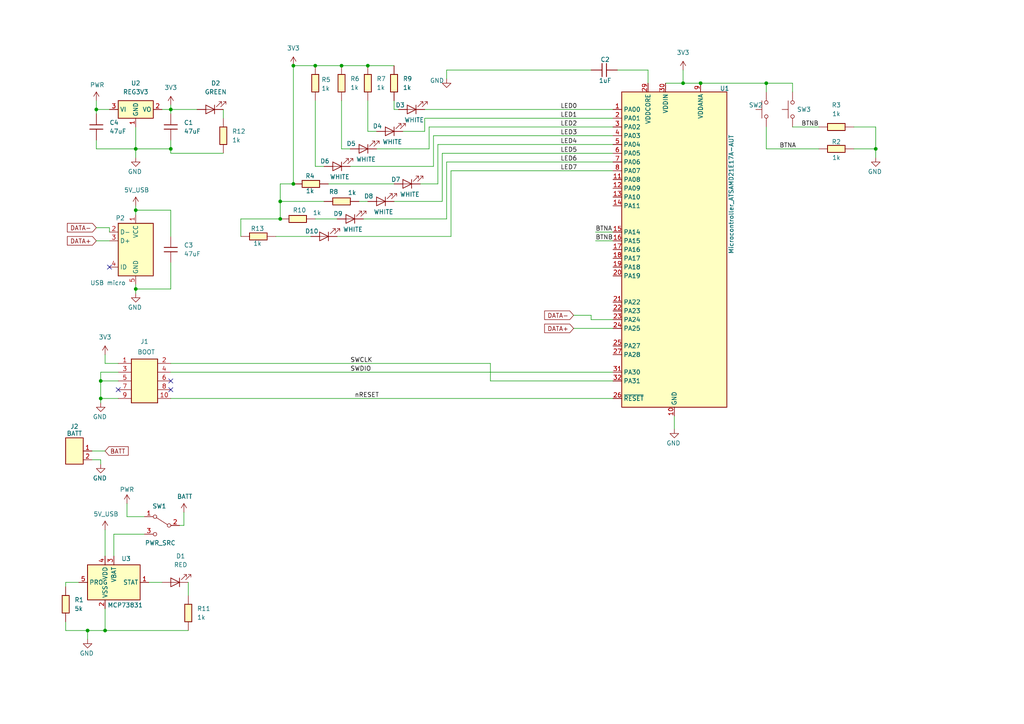
<source format=kicad_sch>
(kicad_sch (version 20250114) (generator "eeschema") (generator_version "9.0")
  (paper "A4")
  (lib_symbols
    (symbol "fab:C_1206" (pin_numbers (hide yes))
      (property "Reference" "C" (at 0.635 2.54 0))
      (property "Value" "C_1206" (at 0.635 -2.54 0))
      (symbol "C_1206_1_1"
        (polyline (pts (xy -1.905 0.635) (xy 1.905 0.635)) (stroke (width 0.25)))
        (polyline (pts (xy -1.905 -0.635) (xy 1.905 -0.635)) (stroke (width 0.25)))
        (pin passive line (at 0 3.81 270) (length 3.175) (name "~") (number "1"))
        (pin passive line (at 0 -3.81 90) (length 3.175) (name "~") (number "2"))
      )
    )
    (symbol "fab:ChargeController_LiIon_Microchip_MCP73831_SOT23"
      (property "Reference" "U" (at -7.62 6.35 0))
      (property "Value" "ChargeController_LiIon_Microchip_MCP73831_SOT23" (at 1.27 6.35 0))
      (symbol "ChargeController_LiIon_Microchip_MCP73831_SOT23_0_1"
        (rectangle (start -7.62 5.08) (end 7.62 -5.08) (stroke (width 0.254)) (fill (type background)))
      )
      (symbol "ChargeController_LiIon_Microchip_MCP73831_SOT23_1_1"
        (pin input line (at -10.16 0 0) (length 2.54) (name "PROG") (number "5"))
        (pin power_in line (at -2.54 7.62 270) (length 2.54) (name "VDD") (number "4"))
        (pin power_in line (at -2.54 -7.62 90) (length 2.54) (name "VSS") (number "2"))
        (pin power_in line (at 0 7.62 270) (length 2.54) (name "VBAT") (number "3"))
        (pin output line (at 10.16 0 180) (length 2.54) (name "STAT") (number "1"))
      )
    )
    (symbol "fab:Conn_Header_JST_PH_1x02_P2mm_Vertical_SMD"
      (property "Reference" "J" (at 0 5.08 0))
      (property "Value" "Conn_Header_JST_PH_1x02_P2mm_Vertical_SMD" (at 0 -5.08 0))
      (symbol "Conn_Header_JST_PH_1x02_P2mm_Vertical_SMD_0_1"
        (rectangle (start -2.54 3.81) (end 2.54 -3.81) (stroke (width 0.254)) (fill (type background)))
      )
      (symbol "Conn_Header_JST_PH_1x02_P2mm_Vertical_SMD_1_1"
        (pin passive line (at 5.08 0 180) (length 2.54) (name "~") (number "1"))
        (pin passive line (at 5.08 -2.54 180) (length 2.54) (name "~") (number "2"))
      )
    )
    (symbol "fab:Conn_USB_microB_Socket_WurthElektronik_629105136821"
      (property "Reference" "P" (at -5.08 8.89 0))
      (property "Value" "Conn_USB_microB_Socket_WurthElektronik_629105136821" (at 1.27 8.89 0))
      (symbol "Conn_USB_microB_Socket_WurthElektronik_629105136821_0_1"
        (rectangle (start -5.08 7.62) (end 5.08 -7.62) (stroke (width 0.254)) (fill (type background)))
      )
      (symbol "Conn_USB_microB_Socket_WurthElektronik_629105136821_1_1"
        (pin bidirectional line (at -7.62 5.08 0) (length 2.54) (name "D-") (number "2"))
        (pin bidirectional line (at -7.62 2.54 0) (length 2.54) (name "D+") (number "3"))
        (pin bidirectional line (at -7.62 -5.08 0) (length 2.54) (name "ID") (number "4"))
        (pin power_in line (at 0 10.16 270) (length 2.54) (name "VCC") (number "1"))
        (pin power_in line (at 0 -10.16 90) (length 2.54) (name "GND") (number "5"))
      )
    )
    (symbol "fab:LED_1206" (pin_numbers (hide yes)) (pin_names (offset 1.016) (hide yes))
      (property "Reference" "D" (at 0 2.54 0))
      (property "Value" "LED_1206" (at 0 -2.54 0))
      (symbol "LED_1206_0_1"
        (polyline (pts (xy -3.048 -0.762) (xy -4.572 -2.286) (xy -3.81 -2.286) (xy -4.572 -2.286) (xy -4.572 -1.524)))
        (polyline (pts (xy -1.778 -0.762) (xy -3.302 -2.286) (xy -2.54 -2.286) (xy -3.302 -2.286) (xy -3.302 -1.524)))
        (polyline (pts (xy -1.27 0) (xy 1.27 0)))
        (polyline (pts (xy -1.27 -1.27) (xy -1.27 1.27)) (stroke (width 0.2032)))
        (polyline (pts (xy 1.27 -1.27) (xy 1.27 1.27) (xy -1.27 0) (xy 1.27 -1.27)) (stroke (width 0.2032)))
      )
      (symbol "LED_1206_1_1"
        (pin passive line (at -3.81 0 0) (length 2.54) (name "K") (number "1"))
        (pin passive line (at 3.81 0 180) (length 2.54) (name "A") (number "2"))
      )
    )
    (symbol "fab:Microcontroller_ATSAMD21E17A-AUT"
      (property "Reference" "U" (at -13.97 46.99 0))
      (property "Value" "Microcontroller_ATSAMD21E17A-AUT" (at 16.51 46.99 0))
      (symbol "Microcontroller_ATSAMD21E17A-AUT_1_1"
        (rectangle (start -15.24 45.72) (end 15.24 -45.72) (stroke (width 0.254)) (fill (type background)))
        (pin bidirectional line (at -17.78 40.64 0) (length 2.54) (name "PA00") (number "1"))
        (pin bidirectional line (at -17.78 38.1 0) (length 2.54) (name "PA01") (number "2"))
        (pin bidirectional line (at -17.78 35.56 0) (length 2.54) (name "PA02") (number "3"))
        (pin bidirectional line (at -17.78 33.02 0) (length 2.54) (name "PA03") (number "4"))
        (pin bidirectional line (at -17.78 30.48 0) (length 2.54) (name "PA04") (number "5"))
        (pin bidirectional line (at -17.78 27.94 0) (length 2.54) (name "PA05") (number "6"))
        (pin bidirectional line (at -17.78 25.4 0) (length 2.54) (name "PA06") (number "7"))
        (pin bidirectional line (at -17.78 22.86 0) (length 2.54) (name "PA07") (number "8"))
        (pin bidirectional line (at -17.78 20.32 0) (length 2.54) (name "PA08") (number "11"))
        (pin bidirectional line (at -17.78 17.78 0) (length 2.54) (name "PA09") (number "12"))
        (pin bidirectional line (at -17.78 15.24 0) (length 2.54) (name "PA10") (number "13"))
        (pin bidirectional line (at -17.78 12.7 0) (length 2.54) (name "PA11") (number "14"))
        (pin bidirectional line (at -17.78 5.08 0) (length 2.54) (name "PA14") (number "15"))
        (pin bidirectional line (at -17.78 2.54 0) (length 2.54) (name "PA15") (number "16"))
        (pin bidirectional line (at -17.78 0 0) (length 2.54) (name "PA16") (number "17"))
        (pin bidirectional line (at -17.78 -2.54 0) (length 2.54) (name "PA17") (number "18"))
        (pin bidirectional line (at -17.78 -5.08 0) (length 2.54) (name "PA18") (number "19"))
        (pin bidirectional line (at -17.78 -7.62 0) (length 2.54) (name "PA19") (number "20"))
        (pin bidirectional line (at -17.78 -15.24 0) (length 2.54) (name "PA22") (number "21"))
        (pin bidirectional line (at -17.78 -17.78 0) (length 2.54) (name "PA23") (number "22"))
        (pin bidirectional line (at -17.78 -20.32 0) (length 2.54) (name "PA24") (number "23"))
        (pin bidirectional line (at -17.78 -22.86 0) (length 2.54) (name "PA25") (number "24"))
        (pin bidirectional line (at -17.78 -27.94 0) (length 2.54) (name "PA27") (number "25"))
        (pin bidirectional line (at -17.78 -30.48 0) (length 2.54) (name "PA28") (number "27"))
        (pin bidirectional line (at -17.78 -35.56 0) (length 2.54) (name "PA30") (number "31"))
        (pin bidirectional line (at -17.78 -38.1 0) (length 2.54) (name "PA31") (number "32"))
        (pin input line (at -17.78 -43.18 0) (length 2.54) (name "~{RESET}") (number "26"))
        (pin power_out line (at -7.62 48.26 270) (length 2.54) (name "VDDCORE") (number "29"))
        (pin power_in line (at -2.54 48.26 270) (length 2.54) (name "VDDIN") (number "30"))
        (pin power_in line (at 0 -48.26 90) (length 2.54) (name "GND") (number "10"))
        (pin passive line (at 0 -48.26 90) (length 2.54) (hide yes) (name "GND") (number "28"))
        (pin power_in line (at 7.62 48.26 270) (length 2.54) (name "VDDANA") (number "9"))
      )
    )
    (symbol "fab:PWR_3V3" (power) (pin_names (offset 0))
      (property "Value" "PWR_3V3" (at 0 3.556 0))
      (symbol "PWR_3V3_0_1"
        (polyline (pts (xy -0.762 1.27) (xy 0 2.54)))
        (polyline (pts (xy 0 2.54) (xy 0.762 1.27)))
        (polyline (pts (xy 0 0) (xy 0 2.54)))
      )
      (symbol "PWR_3V3_1_1"
        (pin power_in line (at 0 0 90) (length 0) (hide yes) (name "PWR_3V3") (number "1"))
      )
    )
    (symbol "fab:PWR_5V" (power) (pin_names (offset 0))
      (property "Value" "PWR_5V" (at 0 3.556 0))
      (symbol "PWR_5V_0_1"
        (polyline (pts (xy -0.762 1.27) (xy 0 2.54)))
        (polyline (pts (xy 0 2.54) (xy 0.762 1.27)))
        (polyline (pts (xy 0 0) (xy 0 2.54)))
      )
      (symbol "PWR_5V_1_1"
        (pin power_in line (at 0 0 90) (length 0) (hide yes) (name "PWR_5V") (number "1"))
      )
    )
    (symbol "fab:PWR_GND" (power) (pin_names (offset 0))
      (property "Value" "PWR_GND" (at 0 -3.81 0))
      (symbol "PWR_GND_0_1"
        (polyline (pts (xy 0 0) (xy 0 -1.27) (xy 1.27 -1.27) (xy 0 -2.54) (xy -1.27 -1.27) (xy 0 -1.27)))
      )
      (symbol "PWR_GND_1_1"
        (pin power_in line (at 0 0 270) (length 0) (hide yes) (name "PWR_GND") (number "1"))
      )
    )
    (symbol "fab:PinHeader_02x05_P1.27mm_Vertical_SMD" (pin_names (hide yes))
      (property "Reference" "J" (at 0 7.62 0))
      (property "Value" "PinHeader_02x05_P1.27mm_Vertical_SMD" (at 0 -7.62 0))
      (symbol "PinHeader_02x05_P1.27mm_Vertical_SMD_1_1"
        (rectangle (start -3.81 6.35) (end 3.81 -6.35) (stroke (width 0.254)) (fill (type background)))
        (pin passive line (at -7.62 5.08 0) (length 3.81) (name "Pin_1") (number "1"))
        (pin passive line (at -7.62 2.54 0) (length 3.81) (name "Pin_3") (number "3"))
        (pin passive line (at -7.62 0 0) (length 3.81) (name "Pin_5") (number "5"))
        (pin passive line (at -7.62 -2.54 0) (length 3.81) (name "Pin_7") (number "7"))
        (pin passive line (at -7.62 -5.08 0) (length 3.81) (name "Pin_9") (number "9"))
        (pin passive line (at 7.62 5.08 180) (length 3.81) (name "Pin_2") (number "2"))
        (pin passive line (at 7.62 2.54 180) (length 3.81) (name "Pin_4") (number "4"))
        (pin passive line (at 7.62 0 180) (length 3.81) (name "Pin_6") (number "6"))
        (pin passive line (at 7.62 -2.54 180) (length 3.81) (name "Pin_8") (number "8"))
        (pin passive line (at 7.62 -5.08 180) (length 3.81) (name "Pin_10") (number "10"))
      )
    )
    (symbol "fab:R_1206" (pin_numbers (hide yes)) (pin_names (offset 0))
      (property "Reference" "R" (at 2.54 0 90))
      (property "Value" "R_1206" (at -2.54 0 90))
      (symbol "R_1206_0_1"
        (rectangle (start -1.016 -2.54) (end 1.016 2.54) (stroke (width 0.254)) (fill (type background)))
      )
      (symbol "R_1206_1_1"
        (pin passive line (at 0 5.08 270) (length 2.54) (name "~") (number "1"))
        (pin passive line (at 0 -5.08 90) (length 2.54) (name "~") (number "2"))
      )
    )
    (symbol "fab:Regulator_Linear_3.3V_1A_DiodesIncorporated"
      (property "Reference" "U" (at -5.08 6.35 0))
      (property "Value" "Regulator_Linear_3.3V_1A_DiodesIncorporated" (at -5.08 3.81 0))
      (symbol "Regulator_Linear_3.3V_1A_DiodesIncorporated_0_1"
        (rectangle (start -5.08 2.54) (end 5.08 -2.54) (stroke (width 0.254)) (fill (type background)))
      )
      (symbol "Regulator_Linear_3.3V_1A_DiodesIncorporated_1_1"
        (pin power_in line (at -7.62 0 0) (length 2.54) (name "VI") (number "3"))
        (pin power_in line (at 0 -5.08 90) (length 2.54) (name "GND") (number "1"))
        (pin power_out line (at 7.62 0 180) (length 2.54) (name "VO") (number "2"))
      )
    )
    (symbol "fab:Switch_Slide_RightAngle_CnK" (pin_names (offset 0) (hide yes))
      (property "Reference" "SW" (at 0 4.318 0))
      (property "Value" "Switch_Slide_RightAngle_CnK" (at 0 -5.08 0))
      (symbol "Switch_Slide_RightAngle_CnK_0_0"
        (circle (center -2.032 0) (radius 0.508))
        (circle (center 2.032 -2.54) (radius 0.508))
      )
      (symbol "Switch_Slide_RightAngle_CnK_0_1"
        (polyline (pts (xy -1.524 0.254) (xy 1.651 2.286)))
        (circle (center 2.032 2.54) (radius 0.508))
      )
      (symbol "Switch_Slide_RightAngle_CnK_1_1"
        (pin passive line (at -5.08 0 0) (length 2.54) (name "B") (number "2"))
        (pin passive line (at 5.08 2.54 180) (length 2.54) (name "A") (number "1"))
        (pin passive line (at 5.08 -2.54 180) (length 2.54) (name "C") (number "3"))
      )
    )
    (symbol "fab:Switch_Tactile_CnK" (pin_numbers (hide yes)) (pin_names (offset 1.016) (hide yes))
      (property "Reference" "SW" (at 1.27 3.81 0))
      (property "Value" "Switch_Tactile_CnK" (at 0 0 0))
      (symbol "Switch_Tactile_CnK_0_1"
        (circle (center -2.032 0) (radius 0.508))
        (polyline (pts (xy 0 1.27) (xy 0 3.048)))
        (circle (center 2.032 0) (radius 0.508))
        (polyline (pts (xy 2.54 1.27) (xy -2.54 1.27)))
        (pin passive line (at -5.08 0 0) (length 2.54) (name "1") (number "1"))
        (pin passive line (at 5.08 0 180) (length 2.54) (name "2") (number "2"))
      )
    )
  )
  (junction (at 203.2 24.13))
  (junction (at 85.09 53.34))
  (junction (at 29.21 115.57))
  (junction (at 81.28 58.42))
  (junction (at 39.37 43.18))
  (junction (at 99.06 19.05))
  (junction (at 222.25 24.13))
  (junction (at 49.53 43.18))
  (junction (at 85.09 19.05))
  (junction (at 30.48 182.88))
  (junction (at 198.12 24.13))
  (junction (at 25.4 182.88))
  (junction (at 39.37 83.82))
  (junction (at 27.94 31.75))
  (junction (at 106.68 19.05))
  (junction (at 254 43.18))
  (junction (at 91.44 19.05))
  (junction (at 39.37 60.96))
  (junction (at 49.53 31.75))
  (junction (at 81.28 63.5))
  (junction (at 29.21 110.49))
  (no_connect (at 31.75 77.47))
  (no_connect (at 34.29 113.03))
  (no_connect (at 49.53 113.03))
  (no_connect (at 49.53 110.49))
  (wire (pts (xy 106.68 38.1) (xy 109.22 38.1)))
  (wire (pts (xy 123.19 31.75) (xy 177.8 31.75)))
  (wire (pts (xy 39.37 36.83) (xy 39.37 43.18)))
  (wire (pts (xy 203.2 24.13) (xy 222.25 24.13)))
  (wire (pts (xy 53.34 152.4) (xy 53.34 148.59)))
  (wire (pts (xy 49.53 31.75) (xy 49.53 30.48)))
  (wire (pts (xy 166.37 95.25) (xy 177.8 95.25)))
  (wire (pts (xy 29.21 133.35) (xy 29.21 134.62)))
  (wire (pts (xy 123.19 38.1) (xy 123.19 34.29)))
  (wire (pts (xy 81.28 58.42) (xy 93.98 58.42)))
  (wire (pts (xy 64.77 44.45) (xy 49.53 44.45)))
  (wire (pts (xy 222.25 24.13) (xy 222.25 26.67)))
  (wire (pts (xy 27.94 33.02) (xy 27.94 31.75)))
  (wire (pts (xy 49.53 76.2) (xy 49.53 83.82)))
  (wire (pts (xy 125.73 39.37) (xy 177.8 39.37)))
  (wire (pts (xy 27.94 66.04) (xy 31.75 66.04)))
  (wire (pts (xy 49.53 60.96) (xy 49.53 68.58)))
  (wire (pts (xy 36.83 149.86) (xy 41.91 149.86)))
  (wire (pts (xy 229.87 36.83) (xy 237.49 36.83)))
  (wire (pts (xy 99.06 29.21) (xy 99.06 43.18)))
  (wire (pts (xy 49.53 115.57) (xy 177.8 115.57)))
  (wire (pts (xy 34.29 105.41) (xy 30.48 105.41)))
  (wire (pts (xy 104.14 58.42) (xy 106.68 58.42)))
  (wire (pts (xy 41.91 154.94) (xy 33.02 154.94)))
  (wire (pts (xy 27.94 31.75) (xy 27.94 29.21)))
  (wire (pts (xy 81.28 58.42) (xy 81.28 53.34)))
  (wire (pts (xy 49.53 43.18) (xy 49.53 44.45)))
  (wire (pts (xy 46.99 168.91) (xy 43.18 168.91)))
  (wire (pts (xy 187.96 24.13) (xy 187.96 20.32)))
  (wire (pts (xy 121.92 53.34) (xy 127 53.34)))
  (wire (pts (xy 123.19 34.29) (xy 177.8 34.29)))
  (wire (pts (xy 39.37 60.96) (xy 49.53 60.96)))
  (wire (pts (xy 36.83 149.86) (xy 36.83 146.05)))
  (wire (pts (xy 27.94 31.75) (xy 31.75 31.75)))
  (wire (pts (xy 30.48 130.81) (xy 26.67 130.81)))
  (wire (pts (xy 177.8 44.45) (xy 128.27 44.45)))
  (wire (pts (xy 142.24 110.49) (xy 142.24 105.41)))
  (wire (pts (xy 30.48 182.88) (xy 30.48 176.53)))
  (wire (pts (xy 105.41 63.5) (xy 129.54 63.5)))
  (wire (pts (xy 69.85 63.5) (xy 81.28 63.5)))
  (wire (pts (xy 99.06 43.18) (xy 101.6 43.18)))
  (wire (pts (xy 177.8 110.49) (xy 142.24 110.49)))
  (wire (pts (xy 171.45 91.44) (xy 171.45 92.71)))
  (wire (pts (xy 222.25 43.18) (xy 222.25 36.83)))
  (wire (pts (xy 109.22 43.18) (xy 124.46 43.18)))
  (wire (pts (xy 229.87 26.67) (xy 229.87 24.13)))
  (wire (pts (xy 25.4 182.88) (xy 30.48 182.88)))
  (wire (pts (xy 193.04 24.13) (xy 198.12 24.13)))
  (wire (pts (xy 54.61 172.72) (xy 54.61 168.91)))
  (wire (pts (xy 80.01 68.58) (xy 90.17 68.58)))
  (wire (pts (xy 39.37 43.18) (xy 39.37 45.72)))
  (wire (pts (xy 27.94 69.85) (xy 31.75 69.85)))
  (wire (pts (xy 114.3 31.75) (xy 115.57 31.75)))
  (wire (pts (xy 29.21 107.95) (xy 29.21 110.49)))
  (wire (pts (xy 114.3 29.21) (xy 114.3 31.75)))
  (wire (pts (xy 130.81 68.58) (xy 97.79 68.58)))
  (wire (pts (xy 29.21 110.49) (xy 29.21 115.57)))
  (wire (pts (xy 128.27 44.45) (xy 128.27 58.42)))
  (wire (pts (xy 69.85 68.58) (xy 69.85 63.5)))
  (wire (pts (xy 49.53 83.82) (xy 39.37 83.82)))
  (wire (pts (xy 85.09 53.34) (xy 85.09 19.05)))
  (wire (pts (xy 49.53 40.64) (xy 49.53 43.18)))
  (wire (pts (xy 91.44 48.26) (xy 93.98 48.26)))
  (wire (pts (xy 125.73 48.26) (xy 125.73 39.37)))
  (wire (pts (xy 46.99 31.75) (xy 49.53 31.75)))
  (wire (pts (xy 49.53 107.95) (xy 177.8 107.95)))
  (wire (pts (xy 91.44 29.21) (xy 91.44 48.26)))
  (wire (pts (xy 49.53 105.41) (xy 142.24 105.41)))
  (wire (pts (xy 171.45 92.71) (xy 177.8 92.71)))
  (wire (pts (xy 27.94 43.18) (xy 39.37 43.18)))
  (wire (pts (xy 26.67 133.35) (xy 29.21 133.35)))
  (wire (pts (xy 166.37 91.44) (xy 171.45 91.44)))
  (wire (pts (xy 172.72 69.85) (xy 177.8 69.85)))
  (wire (pts (xy 64.77 34.29) (xy 64.77 31.75)))
  (wire (pts (xy 95.25 53.34) (xy 114.3 53.34)))
  (wire (pts (xy 129.54 20.32) (xy 171.45 20.32)))
  (wire (pts (xy 129.54 46.99) (xy 177.8 46.99)))
  (wire (pts (xy 124.46 43.18) (xy 124.46 36.83)))
  (wire (pts (xy 29.21 115.57) (xy 29.21 116.84)))
  (wire (pts (xy 30.48 153.67) (xy 30.48 161.29)))
  (wire (pts (xy 237.49 43.18) (xy 222.25 43.18)))
  (wire (pts (xy 198.12 20.32) (xy 198.12 24.13)))
  (wire (pts (xy 31.75 66.04) (xy 31.75 67.31)))
  (wire (pts (xy 85.09 19.05) (xy 91.44 19.05)))
  (wire (pts (xy 39.37 85.09) (xy 39.37 83.82)))
  (wire (pts (xy 29.21 115.57) (xy 34.29 115.57)))
  (wire (pts (xy 127 41.91) (xy 177.8 41.91)))
  (wire (pts (xy 81.28 63.5) (xy 81.28 58.42)))
  (wire (pts (xy 53.34 152.4) (xy 52.07 152.4)))
  (wire (pts (xy 39.37 59.69) (xy 39.37 60.96)))
  (wire (pts (xy 91.44 63.5) (xy 97.79 63.5)))
  (wire (pts (xy 34.29 107.95) (xy 29.21 107.95)))
  (wire (pts (xy 116.84 38.1) (xy 123.19 38.1)))
  (wire (pts (xy 177.8 49.53) (xy 130.81 49.53)))
  (wire (pts (xy 101.6 48.26) (xy 125.73 48.26)))
  (wire (pts (xy 91.44 19.05) (xy 99.06 19.05)))
  (wire (pts (xy 254 36.83) (xy 254 43.18)))
  (wire (pts (xy 247.65 36.83) (xy 254 36.83)))
  (wire (pts (xy 99.06 19.05) (xy 106.68 19.05)))
  (wire (pts (xy 30.48 182.88) (xy 54.61 182.88)))
  (wire (pts (xy 27.94 43.18) (xy 27.94 40.64)))
  (wire (pts (xy 198.12 24.13) (xy 203.2 24.13)))
  (wire (pts (xy 127 53.34) (xy 127 41.91)))
  (wire (pts (xy 128.27 58.42) (xy 114.3 58.42)))
  (wire (pts (xy 130.81 49.53) (xy 130.81 68.58)))
  (wire (pts (xy 49.53 31.75) (xy 49.53 33.02)))
  (wire (pts (xy 39.37 43.18) (xy 49.53 43.18)))
  (wire (pts (xy 25.4 185.42) (xy 25.4 182.88)))
  (wire (pts (xy 29.21 110.49) (xy 34.29 110.49)))
  (wire (pts (xy 19.05 180.34) (xy 19.05 182.88)))
  (wire (pts (xy 22.86 168.91) (xy 19.05 168.91)))
  (wire (pts (xy 81.28 53.34) (xy 85.09 53.34)))
  (wire (pts (xy 247.65 43.18) (xy 254 43.18)))
  (wire (pts (xy 129.54 20.32) (xy 129.54 22.86)))
  (wire (pts (xy 39.37 60.96) (xy 39.37 62.23)))
  (wire (pts (xy 124.46 36.83) (xy 177.8 36.83)))
  (wire (pts (xy 106.68 29.21) (xy 106.68 38.1)))
  (wire (pts (xy 19.05 182.88) (xy 25.4 182.88)))
  (wire (pts (xy 195.58 120.65) (xy 195.58 124.46)))
  (wire (pts (xy 129.54 63.5) (xy 129.54 46.99)))
  (wire (pts (xy 229.87 24.13) (xy 222.25 24.13)))
  (wire (pts (xy 39.37 82.55) (xy 39.37 83.82)))
  (wire (pts (xy 106.68 19.05) (xy 114.3 19.05)))
  (wire (pts (xy 172.72 67.31) (xy 177.8 67.31)))
  (wire (pts (xy 33.02 154.94) (xy 33.02 161.29)))
  (wire (pts (xy 57.15 31.75) (xy 49.53 31.75)))
  (wire (pts (xy 19.05 168.91) (xy 19.05 170.18)))
  (wire (pts (xy 30.48 105.41) (xy 30.48 102.87)))
  (wire (pts (xy 254 43.18) (xy 254 45.72)))
  (wire (pts (xy 187.96 20.32) (xy 179.07 20.32)))
  (label "LED6" (at 162.56 46.99 0))
  (label "BTNA" (at 172.72 67.31 0))
  (label "LED1" (at 162.56 34.29 0))
  (label "LED7" (at 162.56 49.53 0))
  (label "BTNB" (at 232.41 36.83 0))
  (label "LED2" (at 162.56 36.83 0))
  (label "SWDIO" (at 101.6 107.95 0))
  (label "LED4" (at 162.56 41.91 0))
  (label "BTNA" (at 226.06 43.18 0))
  (label "LED3" (at 162.56 39.37 0))
  (label "LED0" (at 162.56 31.75 0))
  (label "LED5" (at 162.56 44.45 0))
  (label "SWCLK" (at 101.6 105.41 0))
  (label "nRESET" (at 102.87 115.57 0))
  (label "BTNB" (at 172.72 69.85 0))
  (global_label "BATT" (shape input) (at 30.48 130.81 0) (property "Intersheetrefs" "${INTERSHEET_REFS}" (effects (hide yes))))
  (global_label "DATA+" (shape input) (at 166.37 95.25 180) (property "Intersheetrefs" "${INTERSHEET_REFS}" (effects (hide yes))))
  (global_label "DATA-" (shape input) (at 166.37 91.44 180) (property "Intersheetrefs" "${INTERSHEET_REFS}" (effects (hide yes))))
  (global_label "DATA+" (shape input) (at 27.94 69.85 180) (property "Intersheetrefs" "${INTERSHEET_REFS}" (effects (hide yes))))
  (global_label "DATA-" (shape input) (at 27.94 66.04 180) (property "Intersheetrefs" "${INTERSHEET_REFS}" (effects (hide yes))))
  (symbol (lib_id "fab:R_1206") (at 54.61 177.8 0) (unit 1)
    (property "Reference" "R11" (at 57.15 176.5299 0) (effects (justify left)))
    (property "Value" "1k" (at 57.15 179.0699 0) (effects (justify left)))
    (property "Footprint" "fab:R_1206" (effects (hide yes)))
    (property "Description" "Resistor" (effects (hide yes)))
  )
  (symbol (lib_id "fab:LED_1206") (at 50.8 168.91 180) (unit 1)
    (property "Reference" "D1" (at 52.4002 161.29 0))
    (property "Value" "RED" (at 52.4002 163.83 0))
    (property "Footprint" "fab:LED_1206" (effects (hide yes)))
    (property "Datasheet" "https://optoelectronics.liteon.com/upload/download/DS-22-98-0002/LTST-C150CKT.pdf" (effects (hide yes)))
    (property "Description" "Light emitting diode, Lite-On Inc. LTST, SMD" (effects (hide yes)))
  )
  (symbol (lib_id "fab:Conn_USB_microB_Socket_WurthElektronik_629105136821") (at 39.37 72.39 0) (unit 1)
    (property "Reference" "P2" (at 33.528 63.246 0) (effects (justify left)))
    (property "Value" "USB micro" (at 26.162 82.042 0) (effects (justify left)))
    (property "Footprint" "fab:Conn_USB_microB_Socket_WurthElektronik_629105136821" (effects (hide yes)))
    (property "Datasheet" "https://www.we-online.com/components/products/datasheet/629105136821.pdf" (effects (hide yes)))
    (property "Description" "CONN RCPT USB2.0 MICRO B SMD R/A" (effects (hide yes)))
  )
  (symbol (lib_id "fab:LED_1206") (at 97.79 48.26 180) (unit 1)
    (property "Reference" "D6" (at 94.234 46.736 0))
    (property "Value" "WHITE" (at 98.552 51.308 0))
    (property "Footprint" "fab:LED_1206" (effects (hide yes)))
    (property "Datasheet" "https://optoelectronics.liteon.com/upload/download/DS-22-98-0002/LTST-C150CKT.pdf" (effects (hide yes)))
    (property "Description" "Light emitting diode, Lite-On Inc. LTST, SMD" (effects (hide yes)))
  )
  (symbol (lib_id "fab:LED_1206") (at 113.03 38.1 180) (unit 1)
    (property "Reference" "D4" (at 109.474 36.576 0))
    (property "Value" "WHITE" (at 113.792 41.148 0))
    (property "Footprint" "fab:LED_1206" (effects (hide yes)))
    (property "Datasheet" "https://optoelectronics.liteon.com/upload/download/DS-22-98-0002/LTST-C150CKT.pdf" (effects (hide yes)))
    (property "Description" "Light emitting diode, Lite-On Inc. LTST, SMD" (effects (hide yes)))
  )
  (symbol (lib_id "fab:LED_1206") (at 93.98 68.58 180) (unit 1)
    (property "Reference" "D10" (at 90.424 67.056 0))
    (property "Value" "WHITE" (effects (hide yes)))
    (property "Footprint" "fab:LED_1206" (effects (hide yes)))
    (property "Datasheet" "https://optoelectronics.liteon.com/upload/download/DS-22-98-0002/LTST-C150CKT.pdf" (effects (hide yes)))
    (property "Description" "Light emitting diode, Lite-On Inc. LTST, SMD" (effects (hide yes)))
  )
  (symbol (lib_id "fab:R_1206") (at 99.06 58.42 90) (unit 1)
    (property "Reference" "R8" (at 96.774 55.626 90))
    (property "Value" "1k" (at 102.108 55.88 90))
    (property "Footprint" "fab:R_1206" (effects (hide yes)))
    (property "Description" "Resistor" (effects (hide yes)))
  )
  (symbol (lib_id "fab:R_1206") (at 106.68 24.13 0) (unit 1)
    (property "Reference" "R7" (at 109.22 22.8599 0) (effects (justify left)))
    (property "Value" "1k" (at 109.22 25.3999 0) (effects (justify left)))
    (property "Footprint" "fab:R_1206" (effects (hide yes)))
    (property "Description" "Resistor" (effects (hide yes)))
  )
  (symbol (lib_id "fab:PWR_GND") (at 25.4 185.42 0) (unit 1)
    (property "Reference" "#PWR015" (effects (hide yes)))
    (property "Value" "GND" (at 25.146 189.484 0))
    (property "Description" "Power symbol creates a global label with name \"GND\" , ground" (effects (hide yes)))
  )
  (symbol (lib_id "fab:R_1206") (at 74.93 68.58 90) (unit 1)
    (property "Reference" "R13" (at 74.676 66.294 90))
    (property "Value" "1k" (at 74.676 70.612 90))
    (property "Footprint" "fab:R_1206" (effects (hide yes)))
    (property "Description" "Resistor" (effects (hide yes)))
  )
  (symbol (lib_id "fab:LED_1206") (at 60.96 31.75 180) (unit 1)
    (property "Reference" "D2" (at 62.5602 24.13 0))
    (property "Value" "GREEN" (at 62.5602 26.67 0))
    (property "Footprint" "fab:LED_1206" (effects (hide yes)))
    (property "Datasheet" "https://optoelectronics.liteon.com/upload/download/DS-22-98-0002/LTST-C150CKT.pdf" (effects (hide yes)))
    (property "Description" "Light emitting diode, Lite-On Inc. LTST, SMD" (effects (hide yes)))
  )
  (symbol (lib_id "fab:R_1206") (at 90.17 53.34 90) (unit 1)
    (property "Reference" "R4" (at 89.916 51.054 90))
    (property "Value" "1k" (at 89.916 55.372 90))
    (property "Footprint" "fab:R_1206" (effects (hide yes)))
    (property "Description" "Resistor" (effects (hide yes)))
  )
  (symbol (lib_id "fab:R_1206") (at 242.57 43.18 90) (unit 1)
    (property "Reference" "R2" (at 242.57 41.148 90))
    (property "Value" "1k" (at 242.57 45.72 90))
    (property "Footprint" "fab:R_1206" (effects (hide yes)))
    (property "Description" "Resistor" (effects (hide yes)))
  )
  (symbol (lib_id "fab:LED_1206") (at 101.6 63.5 180) (unit 1)
    (property "Reference" "D9" (at 98.044 61.976 0))
    (property "Value" "WHITE" (at 102.362 66.548 0))
    (property "Footprint" "fab:LED_1206" (effects (hide yes)))
    (property "Datasheet" "https://optoelectronics.liteon.com/upload/download/DS-22-98-0002/LTST-C150CKT.pdf" (effects (hide yes)))
    (property "Description" "Light emitting diode, Lite-On Inc. LTST, SMD" (effects (hide yes)))
  )
  (symbol (lib_id "fab:PWR_3V3") (at 85.09 19.05 0) (unit 1)
    (property "Reference" "#PWR016" (effects (hide yes)))
    (property "Value" "3V3" (at 85.09 13.97 0))
    (property "Description" "Power symbol creates a global label with name \"+3V3\"" (effects (hide yes)))
  )
  (symbol (lib_id "fab:C_1206") (at 175.26 20.32 90) (unit 1)
    (property "Reference" "C2" (at 175.514 17.272 90))
    (property "Value" "1uF" (at 175.514 23.368 90))
    (property "Footprint" "fab:C_1206" (effects (hide yes)))
    (property "Datasheet" "https://www.yageo.com/upload/media/product/productsearch/datasheet/mlcc/UPY-GP_NP0_16V-to-50V_18.pdf" (effects (hide yes)))
    (property "Description" "Unpolarized capacitor, SMD, 1206" (effects (hide yes)))
  )
  (symbol (lib_id "fab:PWR_GND") (at 129.54 22.86 0) (unit 1)
    (property "Reference" "#PWR09" (effects (hide yes)))
    (property "Value" "GND" (at 126.746 23.368 0))
    (property "Description" "Power symbol creates a global label with name \"GND\" , ground" (effects (hide yes)))
  )
  (symbol (lib_id "fab:C_1206") (at 49.53 72.39 0) (unit 1)
    (property "Reference" "C3" (at 53.34 71.1199 0) (effects (justify left)))
    (property "Value" "47uF" (at 53.34 73.6599 0) (effects (justify left)))
    (property "Footprint" "fab:C_1206" (effects (hide yes)))
    (property "Datasheet" "https://www.yageo.com/upload/media/product/productsearch/datasheet/mlcc/UPY-GP_NP0_16V-to-50V_18.pdf" (effects (hide yes)))
    (property "Description" "Unpolarized capacitor, SMD, 1206" (effects (hide yes)))
  )
  (symbol (lib_id "fab:Microcontroller_ATSAMD21E17A-AUT") (at 195.58 72.39 0) (unit 1)
    (property "Reference" "U1" (at 208.788 25.654 0) (effects (justify left)))
    (property "Value" "Microcontroller_ATSAMD21E17A-AUT" (at 212.09 73.6599 90) (effects (justify left)))
    (property "Footprint" "fab:TQFP-32_7x7mm_P0.8mm" (effects (hide yes)))
    (property "Datasheet" "https://ww1.microchip.com/downloads/en/DeviceDoc/SAM_D21_DA1_Family_DataSheet_DS40001882F.pdf" (effects (hide yes)))
    (property "Description" "SAM D21 Microchip SMART ARM-based Flash MCU, 48Mhz, 32K Flash, 4K SRAM, TQFP-32" (effects (hide yes)))
  )
  (symbol (lib_id "fab:PWR_GND") (at 29.21 134.62 0) (unit 1)
    (property "Reference" "#PWR014" (effects (hide yes)))
    (property "Value" "GND" (at 28.956 138.684 0))
    (property "Description" "Power symbol creates a global label with name \"GND\" , ground" (effects (hide yes)))
  )
  (symbol (lib_id "fab:PWR_3V3") (at 49.53 30.48 0) (unit 1)
    (property "Reference" "#PWR01" (effects (hide yes)))
    (property "Value" "3V3" (at 49.53 25.4 0))
    (property "Description" "Power symbol creates a global label with name \"+3V3\"" (effects (hide yes)))
  )
  (symbol (lib_id "fab:PWR_5V") (at 27.94 29.21 0) (unit 1)
    (property "Reference" "#PWR02" (effects (hide yes)))
    (property "Value" "PWR" (at 28.194 24.638 0))
    (property "Description" "Power symbol creates a global label with name \"+5V\"" (effects (hide yes)))
  )
  (symbol (lib_id "fab:PWR_3V3") (at 198.12 20.32 0) (unit 1)
    (property "Reference" "#PWR010" (effects (hide yes)))
    (property "Value" "3V3" (at 198.12 15.24 0))
    (property "Description" "Power symbol creates a global label with name \"+3V3\"" (effects (hide yes)))
  )
  (symbol (lib_id "fab:R_1206") (at 91.44 24.13 0) (unit 1)
    (property "Reference" "R5" (at 93.218 23.114 0) (effects (justify left)))
    (property "Value" "1k" (at 93.218 25.654 0) (effects (justify left)))
    (property "Footprint" "fab:R_1206" (effects (hide yes)))
    (property "Description" "Resistor" (effects (hide yes)))
  )
  (symbol (lib_id "fab:PinHeader_02x05_P1.27mm_Vertical_SMD") (at 41.91 110.49 0) (unit 1)
    (property "Reference" "J1" (at 41.91 99.06 0))
    (property "Value" "BOOT" (at 42.418 102.108 0))
    (property "Footprint" "fab:PinHeader_02x05_P1.27mm_Vertical_SMD" (effects (hide yes)))
    (property "Datasheet" "https://cdn.amphenol-icc.com/media/wysiwyg/files/drawing/20021121.pdf" (effects (hide yes)))
    (property "Description" "Connector Header Surface Mount 10 position 0.050\" (1.27mm)" (effects (hide yes)))
  )
  (symbol (lib_id "fab:Conn_Header_JST_PH_1x02_P2mm_Vertical_SMD") (at 21.59 130.81 0) (unit 1)
    (property "Reference" "J2" (at 21.59 123.698 0))
    (property "Value" "BATT" (at 21.59 125.73 0))
    (property "Footprint" "fab:Header_JST_PH_1x02_P2mm_Vertical_SMD" (effects (hide yes)))
    (property "Datasheet" "https://www.jst-mfg.com/product/pdf/eng/ePH.pdf" (effects (hide yes)))
    (property "Description" "Male JST PH 2 pin connector" (effects (hide yes)))
  )
  (symbol (lib_id "fab:PWR_GND") (at 39.37 45.72 0) (unit 1)
    (property "Reference" "#PWR03" (effects (hide yes)))
    (property "Value" "GND" (at 39.116 49.784 0))
    (property "Description" "Power symbol creates a global label with name \"GND\" , ground" (effects (hide yes)))
  )
  (symbol (lib_id "fab:R_1206") (at 86.36 63.5 90) (unit 1)
    (property "Reference" "R10" (at 86.868 60.96 90))
    (property "Value" "1k" (at 91.948 61.722 90))
    (property "Footprint" "fab:R_1206" (effects (hide yes)))
    (property "Description" "Resistor" (effects (hide yes)))
  )
  (symbol (lib_id "fab:R_1206") (at 114.3 24.13 0) (unit 1)
    (property "Reference" "R9" (at 116.84 22.8599 0) (effects (justify left)))
    (property "Value" "1k" (at 116.84 25.3999 0) (effects (justify left)))
    (property "Footprint" "fab:R_1206" (effects (hide yes)))
    (property "Description" "Resistor" (effects (hide yes)))
  )
  (symbol (lib_id "fab:PWR_GND") (at 254 45.72 0) (unit 1)
    (property "Reference" "#PWR017" (effects (hide yes)))
    (property "Value" "GND" (at 253.746 49.784 0))
    (property "Description" "Power symbol creates a global label with name \"GND\" , ground" (effects (hide yes)))
  )
  (symbol (lib_id "fab:Switch_Tactile_CnK") (at 222.25 31.75 90) (unit 1)
    (property "Reference" "SW2" (at 217.17 30.48 90) (effects (justify right)))
    (property "Value" "Switch_Tactile_CnK" (effects (hide yes)))
    (property "Footprint" "fab:Button_CnK_PTS636.0_6x3.5mm" (effects (hide yes)))
    (property "Datasheet" "https://www.ckswitches.com/media/2779/pts636.pdf" (effects (hide yes)))
    (property "Description" "Push button switch, C&K PTS636 SM25F SMTR LFS, Tactile Switch SPST-NO Top Actuated Surface Mount" (effects (hide yes)))
  )
  (symbol (lib_id "fab:Regulator_Linear_3.3V_1A_DiodesIncorporated") (at 39.37 31.75 0) (unit 1)
    (property "Reference" "U2" (at 39.37 24.13 0))
    (property "Value" "REG3V3" (at 39.37 26.67 0))
    (property "Footprint" "fab:SOT-223-3_TabPin2" (effects (hide yes)))
    (property "Datasheet" "https://www.diodes.com/assets/Datasheets/AZ1117I.pdf" (effects (hide yes)))
    (property "Description" "3.3V 1A Linear regulator from Diodes Incorporated in SOT-223-3 package" (effects (hide yes)))
  )
  (symbol (lib_id "fab:Switch_Slide_RightAngle_CnK") (at 46.99 152.4 0) (mirror y) (unit 1)
    (property "Reference" "SW1" (at 46.228 146.812 0))
    (property "Value" "PWR_SRC" (at 46.482 157.48 0))
    (property "Footprint" "fab:Switch_Slide_RightAngle_CnK_AYZ0102AGRLC_7.2x3mm" (effects (hide yes)))
    (property "Datasheet" "https://www.ckswitches.com/media/1431/ayz.pdf" (effects (hide yes)))
    (property "Description" "Slide Switch SPDT Surface Mount, Right Angle" (effects (hide yes)))
  )
  (symbol (lib_id "fab:PWR_5V") (at 39.37 59.69 0) (unit 1)
    (property "Reference" "#PWR04" (effects (hide yes)))
    (property "Value" "5V_USB" (at 39.624 55.118 0))
    (property "Description" "Power symbol creates a global label with name \"+5V\"" (effects (hide yes)))
  )
  (symbol (lib_id "fab:C_1206") (at 49.53 36.83 0) (unit 1)
    (property "Reference" "C1" (at 53.34 35.5599 0) (effects (justify left)))
    (property "Value" "47uF" (at 53.34 38.0999 0) (effects (justify left)))
    (property "Footprint" "fab:C_1206" (effects (hide yes)))
    (property "Datasheet" "https://www.yageo.com/upload/media/product/productsearch/datasheet/mlcc/UPY-GP_NP0_16V-to-50V_18.pdf" (effects (hide yes)))
    (property "Description" "Unpolarized capacitor, SMD, 1206" (effects (hide yes)))
  )
  (symbol (lib_id "fab:PWR_5V") (at 53.34 148.59 0) (unit 1)
    (property "Reference" "#PWR012" (effects (hide yes)))
    (property "Value" "BATT" (at 53.594 144.018 0))
    (property "Description" "Power symbol creates a global label with name \"+5V\"" (effects (hide yes)))
  )
  (symbol (lib_id "fab:PWR_GND") (at 195.58 124.46 0) (unit 1)
    (property "Reference" "#PWR08" (effects (hide yes)))
    (property "Value" "GND" (at 195.326 128.524 0))
    (property "Description" "Power symbol creates a global label with name \"GND\" , ground" (effects (hide yes)))
  )
  (symbol (lib_id "fab:LED_1206") (at 110.49 58.42 180) (unit 1)
    (property "Reference" "D8" (at 106.934 56.896 0))
    (property "Value" "WHITE" (at 111.252 61.468 0))
    (property "Footprint" "fab:LED_1206" (effects (hide yes)))
    (property "Datasheet" "https://optoelectronics.liteon.com/upload/download/DS-22-98-0002/LTST-C150CKT.pdf" (effects (hide yes)))
    (property "Description" "Light emitting diode, Lite-On Inc. LTST, SMD" (effects (hide yes)))
  )
  (symbol (lib_id "fab:PWR_GND") (at 39.37 85.09 0) (unit 1)
    (property "Reference" "#PWR05" (effects (hide yes)))
    (property "Value" "GND" (at 39.116 89.154 0))
    (property "Description" "Power symbol creates a global label with name \"GND\" , ground" (effects (hide yes)))
  )
  (symbol (lib_id "fab:PWR_5V") (at 36.83 146.05 0) (unit 1)
    (property "Reference" "#PWR011" (effects (hide yes)))
    (property "Value" "PWR" (at 36.83 141.986 0))
    (property "Description" "Power symbol creates a global label with name \"+5V\"" (effects (hide yes)))
  )
  (symbol (lib_id "fab:Switch_Tactile_CnK") (at 229.87 31.75 90) (unit 1)
    (property "Reference" "SW3" (at 231.14 31.7499 90) (effects (justify right)))
    (property "Value" "Switch_Tactile_CnK" (effects (hide yes)))
    (property "Footprint" "fab:Button_CnK_PTS636.0_6x3.5mm" (effects (hide yes)))
    (property "Datasheet" "https://www.ckswitches.com/media/2779/pts636.pdf" (effects (hide yes)))
    (property "Description" "Push button switch, C&K PTS636 SM25F SMTR LFS, Tactile Switch SPST-NO Top Actuated Surface Mount" (effects (hide yes)))
  )
  (symbol (lib_id "fab:R_1206") (at 242.57 36.83 270) (unit 1)
    (property "Reference" "R3" (at 242.57 30.48 90))
    (property "Value" "1k" (at 242.57 33.02 90))
    (property "Footprint" "fab:R_1206" (effects (hide yes)))
    (property "Description" "Resistor" (effects (hide yes)))
  )
  (symbol (lib_id "fab:LED_1206") (at 118.11 53.34 180) (unit 1)
    (property "Reference" "D7" (at 114.808 52.07 0))
    (property "Value" "WHITE" (at 118.872 56.388 0))
    (property "Footprint" "fab:LED_1206" (effects (hide yes)))
    (property "Datasheet" "https://optoelectronics.liteon.com/upload/download/DS-22-98-0002/LTST-C150CKT.pdf" (effects (hide yes)))
    (property "Description" "Light emitting diode, Lite-On Inc. LTST, SMD" (effects (hide yes)))
  )
  (symbol (lib_id "fab:R_1206") (at 19.05 175.26 0) (unit 1)
    (property "Reference" "R1" (at 21.59 173.9899 0) (effects (justify left)))
    (property "Value" "5k" (at 21.59 176.5299 0) (effects (justify left)))
    (property "Footprint" "fab:R_1206" (effects (hide yes)))
    (property "Description" "Resistor" (effects (hide yes)))
  )
  (symbol (lib_id "fab:PWR_GND") (at 29.21 116.84 0) (unit 1)
    (property "Reference" "#PWR07" (effects (hide yes)))
    (property "Value" "GND" (at 28.956 120.904 0))
    (property "Description" "Power symbol creates a global label with name \"GND\" , ground" (effects (hide yes)))
  )
  (symbol (lib_id "fab:R_1206") (at 64.77 39.37 0) (unit 1)
    (property "Reference" "R12" (at 67.31 38.0999 0) (effects (justify left)))
    (property "Value" "1k" (at 67.31 40.6399 0) (effects (justify left)))
    (property "Footprint" "fab:R_1206" (effects (hide yes)))
    (property "Description" "Resistor" (effects (hide yes)))
  )
  (symbol (lib_id "fab:ChargeController_LiIon_Microchip_MCP73831_SOT23") (at 33.02 168.91 0) (unit 1)
    (property "Reference" "U3" (at 36.576 162.052 0))
    (property "Value" "MCP73831" (at 36.322 175.514 0))
    (property "Footprint" "fab:SOT-23-5" (effects (hide yes)))
    (property "Datasheet" "http://ww1.microchip.com/downloads/en/DeviceDoc/MCP73831-Family-Data-Sheet-DS20001984H.pdf" (effects (hide yes)))
    (property "Description" "Charger IC Lithium Ion/Polymer SOT-23-5, 4.20V, Open-Drain Status Output, in SOT23-5 package" (effects (hide yes)))
  )
  (symbol (lib_id "fab:PWR_5V") (at 30.48 153.67 0) (unit 1)
    (property "Reference" "#PWR013" (effects (hide yes)))
    (property "Value" "5V_USB" (at 30.734 149.098 0))
    (property "Description" "Power symbol creates a global label with name \"+5V\"" (effects (hide yes)))
  )
  (symbol (lib_id "fab:PWR_3V3") (at 30.48 102.87 0) (unit 1)
    (property "Reference" "#PWR06" (effects (hide yes)))
    (property "Value" "3V3" (at 30.48 97.79 0))
    (property "Description" "Power symbol creates a global label with name \"+3V3\"" (effects (hide yes)))
  )
  (symbol (lib_id "fab:R_1206") (at 99.06 24.13 0) (unit 1)
    (property "Reference" "R6" (at 101.6 22.8599 0) (effects (justify left)))
    (property "Value" "1k" (at 101.6 25.3999 0) (effects (justify left)))
    (property "Footprint" "fab:R_1206" (effects (hide yes)))
    (property "Description" "Resistor" (effects (hide yes)))
  )
  (symbol (lib_id "fab:C_1206") (at 27.94 36.83 0) (unit 1)
    (property "Reference" "C4" (at 31.75 35.5599 0) (effects (justify left)))
    (property "Value" "47uF" (at 31.75 38.0999 0) (effects (justify left)))
    (property "Footprint" "fab:C_1206" (effects (hide yes)))
    (property "Datasheet" "https://www.yageo.com/upload/media/product/productsearch/datasheet/mlcc/UPY-GP_NP0_16V-to-50V_18.pdf" (effects (hide yes)))
    (property "Description" "Unpolarized capacitor, SMD, 1206" (effects (hide yes)))
  )
  (symbol (lib_id "fab:LED_1206") (at 119.38 31.75 180) (unit 1)
    (property "Reference" "D3" (at 116.078 30.48 0))
    (property "Value" "WHITE" (at 120.142 34.798 0))
    (property "Footprint" "fab:LED_1206" (effects (hide yes)))
    (property "Datasheet" "https://optoelectronics.liteon.com/upload/download/DS-22-98-0002/LTST-C150CKT.pdf" (effects (hide yes)))
    (property "Description" "Light emitting diode, Lite-On Inc. LTST, SMD" (effects (hide yes)))
  )
  (symbol (lib_id "fab:LED_1206") (at 105.41 43.18 180) (unit 1)
    (property "Reference" "D5" (at 101.854 41.656 0))
    (property "Value" "WHITE" (at 106.172 46.228 0))
    (property "Footprint" "fab:LED_1206" (effects (hide yes)))
    (property "Datasheet" "https://optoelectronics.liteon.com/upload/download/DS-22-98-0002/LTST-C150CKT.pdf" (effects (hide yes)))
    (property "Description" "Light emitting diode, Lite-On Inc. LTST, SMD" (effects (hide yes)))
  )
)
</source>
